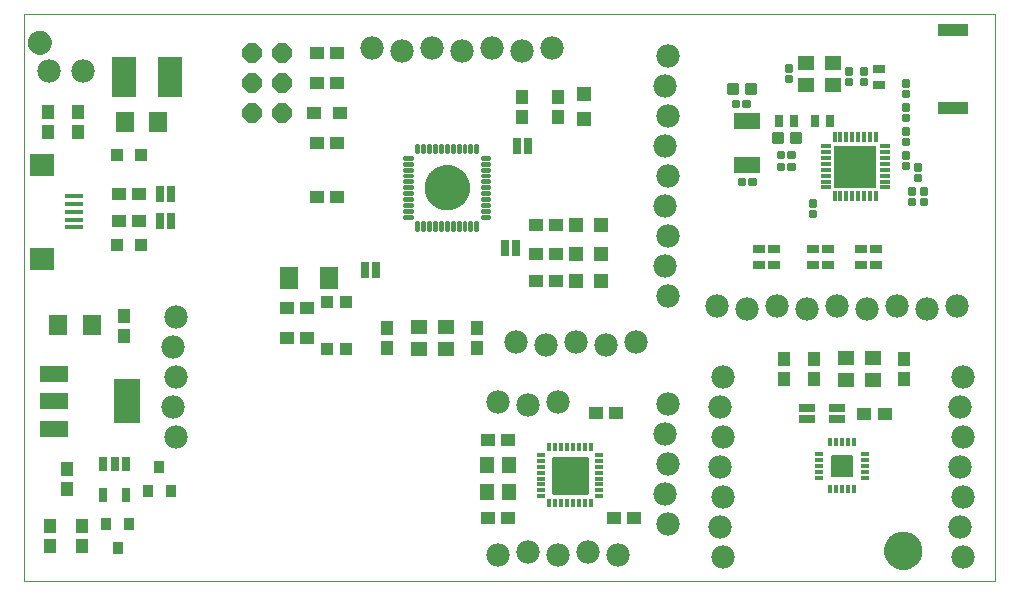
<source format=gts>
G75*
G70*
%OFA0B0*%
%FSLAX24Y24*%
%IPPOS*%
%LPD*%
%AMOC8*
5,1,8,0,0,1.08239X$1,22.5*
%
%ADD10C,0.0000*%
%ADD11R,0.0473X0.0434*%
%ADD12R,0.0434X0.0473*%
%ADD13OC8,0.0650*%
%ADD14C,0.0860*%
%ADD15C,0.0440*%
%ADD16C,0.0500*%
%ADD17C,0.0434*%
%ADD18R,0.0434X0.0434*%
%ADD19R,0.0512X0.0434*%
%ADD20R,0.0512X0.0512*%
%ADD21R,0.0257X0.0512*%
%ADD22R,0.0350X0.0390*%
%ADD23R,0.0591X0.0749*%
%ADD24R,0.0788X0.1379*%
%ADD25R,0.0591X0.0670*%
%ADD26R,0.0552X0.0453*%
%ADD27C,0.1000*%
%ADD28C,0.0119*%
%ADD29R,0.0920X0.0520*%
%ADD30R,0.0906X0.1457*%
%ADD31C,0.0780*%
%ADD32R,0.0290X0.0540*%
%ADD33R,0.0276X0.0131*%
%ADD34R,0.0131X0.0276*%
%ADD35C,0.0059*%
%ADD36C,0.0101*%
%ADD37R,0.0355X0.0152*%
%ADD38R,0.0152X0.0355*%
%ADD39R,0.1418X0.1418*%
%ADD40C,0.0098*%
%ADD41C,0.0145*%
%ADD42R,0.0906X0.0552*%
%ADD43R,0.0394X0.0316*%
%ADD44R,0.1040X0.0440*%
%ADD45R,0.0453X0.0552*%
%ADD46R,0.0540X0.0290*%
%ADD47R,0.0316X0.0394*%
%ADD48R,0.0591X0.0178*%
%ADD49R,0.0788X0.0749*%
D10*
X000628Y000100D02*
X000628Y018996D01*
X032998Y018996D01*
X032998Y000100D01*
X000628Y000100D01*
D11*
X009393Y008200D03*
X010062Y008200D03*
X010062Y009200D03*
X009393Y009200D03*
X004462Y012100D03*
X003793Y012100D03*
X003793Y013000D03*
X004462Y013000D03*
X010393Y012900D03*
X011062Y012900D03*
X011062Y014700D03*
X010393Y014700D03*
X010393Y016700D03*
X011062Y016700D03*
X011062Y017700D03*
X010393Y017700D03*
X017693Y011950D03*
X018362Y011950D03*
X018362Y011000D03*
X017693Y011000D03*
X017693Y010100D03*
X018362Y010100D03*
X019693Y005700D03*
X020362Y005700D03*
X016762Y004800D03*
X016093Y004800D03*
X016093Y002200D03*
X016762Y002200D03*
X020293Y002200D03*
X020962Y002200D03*
X028633Y005670D03*
X029302Y005670D03*
D12*
X029968Y006835D03*
X029968Y007505D03*
X026968Y007505D03*
X025968Y007505D03*
X025968Y006835D03*
X026968Y006835D03*
X015728Y007865D03*
X015728Y008535D03*
X012728Y008535D03*
X012728Y007865D03*
X003938Y008245D03*
X003938Y008915D03*
X002038Y003815D03*
X002038Y003145D03*
X002538Y001915D03*
X001488Y001915D03*
X001488Y001245D03*
X002538Y001245D03*
X002428Y015065D03*
X001428Y015065D03*
X001428Y015735D03*
X002428Y015735D03*
X017228Y015565D03*
X018418Y015565D03*
X018418Y016235D03*
X017228Y016235D03*
D13*
X009228Y016700D03*
X008228Y016700D03*
X008228Y015700D03*
X009228Y015700D03*
X009228Y017700D03*
X008228Y017700D03*
D14*
X029731Y001100D02*
X029733Y001127D01*
X029739Y001154D01*
X029748Y001180D01*
X029761Y001204D01*
X029777Y001227D01*
X029796Y001246D01*
X029818Y001263D01*
X029842Y001277D01*
X029867Y001287D01*
X029894Y001294D01*
X029921Y001297D01*
X029949Y001296D01*
X029976Y001291D01*
X030002Y001283D01*
X030026Y001271D01*
X030049Y001255D01*
X030070Y001237D01*
X030087Y001216D01*
X030102Y001192D01*
X030113Y001167D01*
X030121Y001141D01*
X030125Y001114D01*
X030125Y001086D01*
X030121Y001059D01*
X030113Y001033D01*
X030102Y001008D01*
X030087Y000984D01*
X030070Y000963D01*
X030049Y000945D01*
X030027Y000929D01*
X030002Y000917D01*
X029976Y000909D01*
X029949Y000904D01*
X029921Y000903D01*
X029894Y000906D01*
X029867Y000913D01*
X029842Y000923D01*
X029818Y000937D01*
X029796Y000954D01*
X029777Y000973D01*
X029761Y000996D01*
X029748Y001020D01*
X029739Y001046D01*
X029733Y001073D01*
X029731Y001100D01*
D15*
X029928Y001100D03*
D16*
X000986Y018050D02*
X000988Y018073D01*
X000994Y018096D01*
X001003Y018118D01*
X001016Y018137D01*
X001032Y018154D01*
X001050Y018169D01*
X001071Y018180D01*
X001093Y018188D01*
X001116Y018192D01*
X001140Y018192D01*
X001163Y018188D01*
X001185Y018180D01*
X001206Y018169D01*
X001224Y018154D01*
X001240Y018137D01*
X001253Y018118D01*
X001262Y018096D01*
X001268Y018073D01*
X001270Y018050D01*
X001268Y018027D01*
X001262Y018004D01*
X001253Y017982D01*
X001240Y017963D01*
X001224Y017946D01*
X001206Y017931D01*
X001185Y017920D01*
X001163Y017912D01*
X001140Y017908D01*
X001116Y017908D01*
X001093Y017912D01*
X001071Y017920D01*
X001050Y017931D01*
X001032Y017946D01*
X001016Y017963D01*
X001003Y017982D01*
X000994Y018004D01*
X000988Y018027D01*
X000986Y018050D01*
D17*
X001128Y018050D03*
D18*
X003734Y014300D03*
X004521Y014300D03*
X004521Y011300D03*
X003734Y011300D03*
X010713Y009387D03*
X011343Y009387D03*
X011343Y007813D03*
X010713Y007813D03*
D19*
X010294Y015700D03*
X011161Y015700D03*
D20*
X019014Y011950D03*
X019841Y011950D03*
X019841Y011000D03*
X019014Y011000D03*
X019014Y010100D03*
X019841Y010100D03*
X019278Y015487D03*
X019278Y016313D03*
D21*
X004012Y003992D03*
X003638Y003992D03*
X003264Y003992D03*
X003264Y002968D03*
X004012Y002968D03*
D22*
X004748Y003080D03*
X005508Y003080D03*
X005128Y003880D03*
X004128Y001980D03*
X003368Y001980D03*
X003748Y001180D03*
D23*
X009458Y010200D03*
X010797Y010200D03*
D24*
X005495Y016900D03*
X003960Y016900D03*
D25*
X003976Y015400D03*
X005079Y015400D03*
X002869Y008620D03*
X001766Y008620D03*
D26*
X013775Y008564D03*
X013775Y007836D03*
X014680Y007836D03*
X014680Y008564D03*
X028015Y007534D03*
X028920Y007534D03*
X028920Y006806D03*
X028015Y006806D03*
X027580Y016636D03*
X027580Y017364D03*
X026675Y017364D03*
X026675Y016636D03*
D27*
X014478Y013200D02*
X014480Y013231D01*
X014486Y013262D01*
X014496Y013292D01*
X014509Y013320D01*
X014526Y013347D01*
X014546Y013371D01*
X014569Y013393D01*
X014594Y013411D01*
X014622Y013426D01*
X014651Y013438D01*
X014681Y013446D01*
X014712Y013450D01*
X014744Y013450D01*
X014775Y013446D01*
X014805Y013438D01*
X014834Y013426D01*
X014862Y013411D01*
X014887Y013393D01*
X014910Y013371D01*
X014930Y013347D01*
X014947Y013320D01*
X014960Y013292D01*
X014970Y013262D01*
X014976Y013231D01*
X014978Y013200D01*
X014976Y013169D01*
X014970Y013138D01*
X014960Y013108D01*
X014947Y013080D01*
X014930Y013053D01*
X014910Y013029D01*
X014887Y013007D01*
X014862Y012989D01*
X014834Y012974D01*
X014805Y012962D01*
X014775Y012954D01*
X014744Y012950D01*
X014712Y012950D01*
X014681Y012954D01*
X014651Y012962D01*
X014622Y012974D01*
X014594Y012989D01*
X014569Y013007D01*
X014546Y013029D01*
X014526Y013053D01*
X014509Y013080D01*
X014496Y013108D01*
X014486Y013138D01*
X014480Y013169D01*
X014478Y013200D01*
D28*
X013546Y013185D02*
X013330Y013185D01*
X013330Y013215D01*
X013546Y013215D01*
X013546Y013185D01*
X013546Y012988D02*
X013330Y012988D01*
X013330Y013018D01*
X013546Y013018D01*
X013546Y012988D01*
X013546Y012791D02*
X013330Y012791D01*
X013330Y012821D01*
X013546Y012821D01*
X013546Y012791D01*
X013546Y012594D02*
X013330Y012594D01*
X013330Y012624D01*
X013546Y012624D01*
X013546Y012594D01*
X013546Y012398D02*
X013330Y012398D01*
X013330Y012428D01*
X013546Y012428D01*
X013546Y012398D01*
X013546Y012201D02*
X013330Y012201D01*
X013330Y012231D01*
X013546Y012231D01*
X013546Y012201D01*
X013758Y012019D02*
X013758Y011803D01*
X013728Y011803D01*
X013728Y012019D01*
X013758Y012019D01*
X013758Y011921D02*
X013728Y011921D01*
X013955Y012019D02*
X013955Y011803D01*
X013925Y011803D01*
X013925Y012019D01*
X013955Y012019D01*
X013955Y011921D02*
X013925Y011921D01*
X014152Y012019D02*
X014152Y011803D01*
X014122Y011803D01*
X014122Y012019D01*
X014152Y012019D01*
X014152Y011921D02*
X014122Y011921D01*
X014349Y012019D02*
X014349Y011803D01*
X014319Y011803D01*
X014319Y012019D01*
X014349Y012019D01*
X014349Y011921D02*
X014319Y011921D01*
X014546Y012019D02*
X014546Y011803D01*
X014516Y011803D01*
X014516Y012019D01*
X014546Y012019D01*
X014546Y011921D02*
X014516Y011921D01*
X014743Y012019D02*
X014743Y011803D01*
X014713Y011803D01*
X014713Y012019D01*
X014743Y012019D01*
X014743Y011921D02*
X014713Y011921D01*
X014939Y012019D02*
X014939Y011803D01*
X014909Y011803D01*
X014909Y012019D01*
X014939Y012019D01*
X014939Y011921D02*
X014909Y011921D01*
X015136Y012019D02*
X015136Y011803D01*
X015106Y011803D01*
X015106Y012019D01*
X015136Y012019D01*
X015136Y011921D02*
X015106Y011921D01*
X015333Y012019D02*
X015333Y011803D01*
X015303Y011803D01*
X015303Y012019D01*
X015333Y012019D01*
X015333Y011921D02*
X015303Y011921D01*
X015530Y012019D02*
X015530Y011803D01*
X015500Y011803D01*
X015500Y012019D01*
X015530Y012019D01*
X015530Y011921D02*
X015500Y011921D01*
X015727Y012019D02*
X015727Y011803D01*
X015697Y011803D01*
X015697Y012019D01*
X015727Y012019D01*
X015727Y011921D02*
X015697Y011921D01*
X015909Y012231D02*
X016125Y012231D01*
X016125Y012201D01*
X015909Y012201D01*
X015909Y012231D01*
X015909Y012428D02*
X016125Y012428D01*
X016125Y012398D01*
X015909Y012398D01*
X015909Y012428D01*
X015909Y012624D02*
X016125Y012624D01*
X016125Y012594D01*
X015909Y012594D01*
X015909Y012624D01*
X015909Y012821D02*
X016125Y012821D01*
X016125Y012791D01*
X015909Y012791D01*
X015909Y012821D01*
X015909Y013018D02*
X016125Y013018D01*
X016125Y012988D01*
X015909Y012988D01*
X015909Y013018D01*
X015909Y013215D02*
X016125Y013215D01*
X016125Y013185D01*
X015909Y013185D01*
X015909Y013215D01*
X015909Y013412D02*
X016125Y013412D01*
X016125Y013382D01*
X015909Y013382D01*
X015909Y013412D01*
X015909Y013609D02*
X016125Y013609D01*
X016125Y013579D01*
X015909Y013579D01*
X015909Y013609D01*
X015909Y013806D02*
X016125Y013806D01*
X016125Y013776D01*
X015909Y013776D01*
X015909Y013806D01*
X015909Y014002D02*
X016125Y014002D01*
X016125Y013972D01*
X015909Y013972D01*
X015909Y014002D01*
X015909Y014199D02*
X016125Y014199D01*
X016125Y014169D01*
X015909Y014169D01*
X015909Y014199D01*
X015697Y014381D02*
X015697Y014597D01*
X015727Y014597D01*
X015727Y014381D01*
X015697Y014381D01*
X015697Y014499D02*
X015727Y014499D01*
X015500Y014597D02*
X015500Y014381D01*
X015500Y014597D02*
X015530Y014597D01*
X015530Y014381D01*
X015500Y014381D01*
X015500Y014499D02*
X015530Y014499D01*
X015303Y014597D02*
X015303Y014381D01*
X015303Y014597D02*
X015333Y014597D01*
X015333Y014381D01*
X015303Y014381D01*
X015303Y014499D02*
X015333Y014499D01*
X015106Y014597D02*
X015106Y014381D01*
X015106Y014597D02*
X015136Y014597D01*
X015136Y014381D01*
X015106Y014381D01*
X015106Y014499D02*
X015136Y014499D01*
X014909Y014597D02*
X014909Y014381D01*
X014909Y014597D02*
X014939Y014597D01*
X014939Y014381D01*
X014909Y014381D01*
X014909Y014499D02*
X014939Y014499D01*
X014713Y014597D02*
X014713Y014381D01*
X014713Y014597D02*
X014743Y014597D01*
X014743Y014381D01*
X014713Y014381D01*
X014713Y014499D02*
X014743Y014499D01*
X014516Y014597D02*
X014516Y014381D01*
X014516Y014597D02*
X014546Y014597D01*
X014546Y014381D01*
X014516Y014381D01*
X014516Y014499D02*
X014546Y014499D01*
X014319Y014597D02*
X014319Y014381D01*
X014319Y014597D02*
X014349Y014597D01*
X014349Y014381D01*
X014319Y014381D01*
X014319Y014499D02*
X014349Y014499D01*
X014122Y014597D02*
X014122Y014381D01*
X014122Y014597D02*
X014152Y014597D01*
X014152Y014381D01*
X014122Y014381D01*
X014122Y014499D02*
X014152Y014499D01*
X013925Y014597D02*
X013925Y014381D01*
X013925Y014597D02*
X013955Y014597D01*
X013955Y014381D01*
X013925Y014381D01*
X013925Y014499D02*
X013955Y014499D01*
X013728Y014597D02*
X013728Y014381D01*
X013728Y014597D02*
X013758Y014597D01*
X013758Y014381D01*
X013728Y014381D01*
X013728Y014499D02*
X013758Y014499D01*
X013546Y014169D02*
X013330Y014169D01*
X013330Y014199D01*
X013546Y014199D01*
X013546Y014169D01*
X013546Y013972D02*
X013330Y013972D01*
X013330Y014002D01*
X013546Y014002D01*
X013546Y013972D01*
X013546Y013776D02*
X013330Y013776D01*
X013330Y013806D01*
X013546Y013806D01*
X013546Y013776D01*
X013546Y013579D02*
X013330Y013579D01*
X013330Y013609D01*
X013546Y013609D01*
X013546Y013579D01*
X013546Y013382D02*
X013330Y013382D01*
X013330Y013412D01*
X013546Y013412D01*
X013546Y013382D01*
D29*
X001618Y006990D03*
X001618Y006080D03*
X001618Y005170D03*
D30*
X004058Y006080D03*
D31*
X005588Y005880D03*
X005688Y004880D03*
X005688Y006880D03*
X005588Y007880D03*
X005688Y008880D03*
X016428Y006050D03*
X017428Y005950D03*
X018428Y006050D03*
X018028Y007950D03*
X019028Y008050D03*
X020028Y007950D03*
X021028Y008050D03*
X022078Y009600D03*
X021978Y010600D03*
X022078Y011600D03*
X021978Y012600D03*
X022078Y013600D03*
X021978Y014600D03*
X022078Y015600D03*
X021978Y016600D03*
X022078Y017600D03*
X018228Y017850D03*
X017228Y017750D03*
X016228Y017850D03*
X015228Y017750D03*
X014228Y017850D03*
X013228Y017750D03*
X012228Y017850D03*
X002598Y017100D03*
X001458Y017100D03*
X017028Y008050D03*
X022078Y006000D03*
X021978Y005000D03*
X023828Y005900D03*
X023928Y004900D03*
X023828Y003900D03*
X023928Y002900D03*
X023828Y001900D03*
X023928Y000900D03*
X022078Y002000D03*
X021978Y003000D03*
X022078Y004000D03*
X019428Y001050D03*
X020428Y000950D03*
X018428Y000950D03*
X017428Y001050D03*
X016428Y000950D03*
X023928Y006900D03*
X024728Y009150D03*
X025728Y009250D03*
X026728Y009150D03*
X027728Y009250D03*
X028728Y009150D03*
X029728Y009250D03*
X030728Y009150D03*
X031728Y009250D03*
X031928Y006900D03*
X031828Y005900D03*
X031928Y004900D03*
X031828Y003900D03*
X031928Y002900D03*
X031828Y001900D03*
X031928Y000900D03*
X023728Y009250D03*
D32*
X017005Y011200D03*
X016650Y011200D03*
X012355Y010450D03*
X012000Y010450D03*
X005505Y012100D03*
X005150Y012100D03*
X005150Y013000D03*
X005505Y013000D03*
X017050Y014600D03*
X017405Y014600D03*
D33*
X017863Y004297D03*
X017863Y004100D03*
X017863Y003903D03*
X017863Y003706D03*
X017863Y003509D03*
X017863Y003313D03*
X017863Y003116D03*
X017863Y002919D03*
X019772Y002919D03*
X019772Y003116D03*
X019772Y003313D03*
X019772Y003509D03*
X019772Y003706D03*
X019772Y003903D03*
X019772Y004100D03*
X019772Y004297D03*
X027106Y004325D03*
X027106Y004128D03*
X027106Y003931D03*
X027106Y003735D03*
X027106Y003538D03*
X028661Y003538D03*
X028661Y003735D03*
X028661Y003931D03*
X028661Y004128D03*
X028661Y004325D03*
D34*
X028283Y004711D03*
X028086Y004711D03*
X027889Y004711D03*
X027693Y004711D03*
X027496Y004711D03*
X027496Y003148D03*
X027693Y003148D03*
X027889Y003148D03*
X028086Y003148D03*
X028283Y003148D03*
X019505Y002679D03*
X019308Y002679D03*
X019111Y002679D03*
X018914Y002679D03*
X018717Y002679D03*
X018520Y002679D03*
X018324Y002679D03*
X018127Y002679D03*
X018127Y004557D03*
X018324Y004557D03*
X018520Y004557D03*
X018717Y004557D03*
X018914Y004557D03*
X019111Y004557D03*
X019308Y004557D03*
X019505Y004557D03*
D35*
X027540Y004265D02*
X028222Y004265D01*
X028222Y003583D01*
X027540Y003583D01*
X027540Y004265D01*
X027540Y003641D02*
X028222Y003641D01*
X028222Y003699D02*
X027540Y003699D01*
X027540Y003757D02*
X028222Y003757D01*
X028222Y003815D02*
X027540Y003815D01*
X027540Y003873D02*
X028222Y003873D01*
X028222Y003931D02*
X027540Y003931D01*
X027540Y003989D02*
X028222Y003989D01*
X028222Y004047D02*
X027540Y004047D01*
X027540Y004105D02*
X028222Y004105D01*
X028222Y004163D02*
X027540Y004163D01*
X027540Y004221D02*
X028222Y004221D01*
D36*
X019396Y003036D02*
X018236Y003036D01*
X018236Y004196D01*
X019396Y004196D01*
X019396Y003036D01*
X019396Y003136D02*
X018236Y003136D01*
X018236Y003236D02*
X019396Y003236D01*
X019396Y003336D02*
X018236Y003336D01*
X018236Y003436D02*
X019396Y003436D01*
X019396Y003536D02*
X018236Y003536D01*
X018236Y003636D02*
X019396Y003636D01*
X019396Y003736D02*
X018236Y003736D01*
X018236Y003836D02*
X019396Y003836D01*
X019396Y003936D02*
X018236Y003936D01*
X018236Y004036D02*
X019396Y004036D01*
X019396Y004136D02*
X018236Y004136D01*
D37*
X027343Y013211D03*
X027343Y013408D03*
X027343Y013605D03*
X027343Y013802D03*
X027343Y013998D03*
X027343Y014195D03*
X027343Y014392D03*
X027343Y014589D03*
X029312Y014589D03*
X029312Y014392D03*
X029312Y014195D03*
X029312Y013998D03*
X029312Y013802D03*
X029312Y013605D03*
X029312Y013408D03*
X029312Y013211D03*
D38*
X029017Y012916D03*
X028820Y012916D03*
X028623Y012916D03*
X028426Y012916D03*
X028229Y012916D03*
X028032Y012916D03*
X027835Y012916D03*
X027639Y012916D03*
X027639Y014884D03*
X027835Y014884D03*
X028032Y014884D03*
X028229Y014884D03*
X028426Y014884D03*
X028623Y014884D03*
X028820Y014884D03*
X029017Y014884D03*
D39*
X028328Y013900D03*
D40*
X026474Y015036D02*
X026182Y015036D01*
X026474Y015036D02*
X026474Y014744D01*
X026182Y014744D01*
X026182Y015036D01*
X026182Y014841D02*
X026474Y014841D01*
X026474Y014938D02*
X026182Y014938D01*
X026182Y015035D02*
X026474Y015035D01*
X025874Y015036D02*
X025582Y015036D01*
X025874Y015036D02*
X025874Y014744D01*
X025582Y014744D01*
X025582Y015036D01*
X025582Y014841D02*
X025874Y014841D01*
X025874Y014938D02*
X025582Y014938D01*
X025582Y015035D02*
X025874Y015035D01*
X024974Y016646D02*
X024682Y016646D01*
X024974Y016646D02*
X024974Y016354D01*
X024682Y016354D01*
X024682Y016646D01*
X024682Y016451D02*
X024974Y016451D01*
X024974Y016548D02*
X024682Y016548D01*
X024682Y016645D02*
X024974Y016645D01*
X024374Y016646D02*
X024082Y016646D01*
X024374Y016646D02*
X024374Y016354D01*
X024082Y016354D01*
X024082Y016646D01*
X024082Y016451D02*
X024374Y016451D01*
X024374Y016548D02*
X024082Y016548D01*
X024082Y016645D02*
X024374Y016645D01*
D41*
X024426Y016073D02*
X024280Y016073D01*
X024426Y016073D02*
X024426Y015927D01*
X024280Y015927D01*
X024280Y016073D01*
X024280Y016071D02*
X024426Y016071D01*
X024630Y016073D02*
X024776Y016073D01*
X024776Y015927D01*
X024630Y015927D01*
X024630Y016073D01*
X024630Y016071D02*
X024776Y016071D01*
X026055Y016752D02*
X026055Y016898D01*
X026201Y016898D01*
X026201Y016752D01*
X026055Y016752D01*
X026055Y016896D02*
X026201Y016896D01*
X026055Y017102D02*
X026055Y017248D01*
X026201Y017248D01*
X026201Y017102D01*
X026055Y017102D01*
X026055Y017246D02*
X026201Y017246D01*
X028201Y017148D02*
X028201Y017002D01*
X028055Y017002D01*
X028055Y017148D01*
X028201Y017148D01*
X028201Y017146D02*
X028055Y017146D01*
X028201Y016798D02*
X028201Y016652D01*
X028055Y016652D01*
X028055Y016798D01*
X028201Y016798D01*
X028201Y016796D02*
X028055Y016796D01*
X028701Y016798D02*
X028701Y016652D01*
X028555Y016652D01*
X028555Y016798D01*
X028701Y016798D01*
X028701Y016796D02*
X028555Y016796D01*
X028701Y017002D02*
X028701Y017148D01*
X028701Y017002D02*
X028555Y017002D01*
X028555Y017148D01*
X028701Y017148D01*
X028701Y017146D02*
X028555Y017146D01*
X030101Y016748D02*
X030101Y016602D01*
X029955Y016602D01*
X029955Y016748D01*
X030101Y016748D01*
X030101Y016746D02*
X029955Y016746D01*
X030101Y016398D02*
X030101Y016252D01*
X029955Y016252D01*
X029955Y016398D01*
X030101Y016398D01*
X030101Y016396D02*
X029955Y016396D01*
X029955Y015948D02*
X029955Y015802D01*
X029955Y015948D02*
X030101Y015948D01*
X030101Y015802D01*
X029955Y015802D01*
X029955Y015946D02*
X030101Y015946D01*
X029955Y015598D02*
X029955Y015452D01*
X029955Y015598D02*
X030101Y015598D01*
X030101Y015452D01*
X029955Y015452D01*
X029955Y015596D02*
X030101Y015596D01*
X030101Y015148D02*
X030101Y015002D01*
X029955Y015002D01*
X029955Y015148D01*
X030101Y015148D01*
X030101Y015146D02*
X029955Y015146D01*
X030101Y014798D02*
X030101Y014652D01*
X029955Y014652D01*
X029955Y014798D01*
X030101Y014798D01*
X030101Y014796D02*
X029955Y014796D01*
X030101Y014348D02*
X030101Y014202D01*
X029955Y014202D01*
X029955Y014348D01*
X030101Y014348D01*
X030101Y014346D02*
X029955Y014346D01*
X030101Y013998D02*
X030101Y013852D01*
X029955Y013852D01*
X029955Y013998D01*
X030101Y013998D01*
X030101Y013996D02*
X029955Y013996D01*
X030355Y013948D02*
X030355Y013802D01*
X030355Y013948D02*
X030501Y013948D01*
X030501Y013802D01*
X030355Y013802D01*
X030355Y013946D02*
X030501Y013946D01*
X030355Y013598D02*
X030355Y013452D01*
X030355Y013598D02*
X030501Y013598D01*
X030501Y013452D01*
X030355Y013452D01*
X030355Y013596D02*
X030501Y013596D01*
X030701Y013148D02*
X030701Y013002D01*
X030555Y013002D01*
X030555Y013148D01*
X030701Y013148D01*
X030701Y013146D02*
X030555Y013146D01*
X030301Y013148D02*
X030301Y013002D01*
X030155Y013002D01*
X030155Y013148D01*
X030301Y013148D01*
X030301Y013146D02*
X030155Y013146D01*
X030301Y012798D02*
X030301Y012652D01*
X030155Y012652D01*
X030155Y012798D01*
X030301Y012798D01*
X030301Y012796D02*
X030155Y012796D01*
X030701Y012798D02*
X030701Y012652D01*
X030555Y012652D01*
X030555Y012798D01*
X030701Y012798D01*
X030701Y012796D02*
X030555Y012796D01*
X026855Y012748D02*
X026855Y012602D01*
X026855Y012748D02*
X027001Y012748D01*
X027001Y012602D01*
X026855Y012602D01*
X026855Y012746D02*
X027001Y012746D01*
X026855Y012398D02*
X026855Y012252D01*
X026855Y012398D02*
X027001Y012398D01*
X027001Y012252D01*
X026855Y012252D01*
X026855Y012396D02*
X027001Y012396D01*
X024976Y013473D02*
X024830Y013473D01*
X024976Y013473D02*
X024976Y013327D01*
X024830Y013327D01*
X024830Y013473D01*
X024830Y013471D02*
X024976Y013471D01*
X024626Y013473D02*
X024480Y013473D01*
X024626Y013473D02*
X024626Y013327D01*
X024480Y013327D01*
X024480Y013473D01*
X024480Y013471D02*
X024626Y013471D01*
X025780Y013973D02*
X025926Y013973D01*
X025926Y013827D01*
X025780Y013827D01*
X025780Y013973D01*
X025780Y013971D02*
X025926Y013971D01*
X026130Y013973D02*
X026276Y013973D01*
X026276Y013827D01*
X026130Y013827D01*
X026130Y013973D01*
X026130Y013971D02*
X026276Y013971D01*
X026276Y014373D02*
X026130Y014373D01*
X026276Y014373D02*
X026276Y014227D01*
X026130Y014227D01*
X026130Y014373D01*
X026130Y014371D02*
X026276Y014371D01*
X025926Y014373D02*
X025780Y014373D01*
X025926Y014373D02*
X025926Y014227D01*
X025780Y014227D01*
X025780Y014373D01*
X025780Y014371D02*
X025926Y014371D01*
D42*
X024728Y013972D03*
X024728Y015428D03*
D43*
X029128Y016644D03*
X029128Y017156D03*
X029028Y011156D03*
X028528Y011156D03*
X028528Y010644D03*
X029028Y010644D03*
X027428Y010644D03*
X026928Y010644D03*
X026928Y011156D03*
X027428Y011156D03*
X025628Y011156D03*
X025128Y011156D03*
X025128Y010644D03*
X025628Y010644D03*
D44*
X031588Y015850D03*
X031588Y018450D03*
D45*
X016792Y003953D03*
X016063Y003953D03*
X016063Y003047D03*
X016792Y003047D03*
D46*
X026718Y005493D03*
X026718Y005847D03*
X027718Y005847D03*
X027718Y005493D03*
D47*
X027483Y015430D03*
X026972Y015430D03*
X026283Y015430D03*
X025772Y015430D03*
D48*
X002271Y012912D03*
X002271Y012656D03*
X002271Y012400D03*
X002271Y012144D03*
X002271Y011888D03*
D49*
X001228Y010825D03*
X001228Y013975D03*
M02*

</source>
